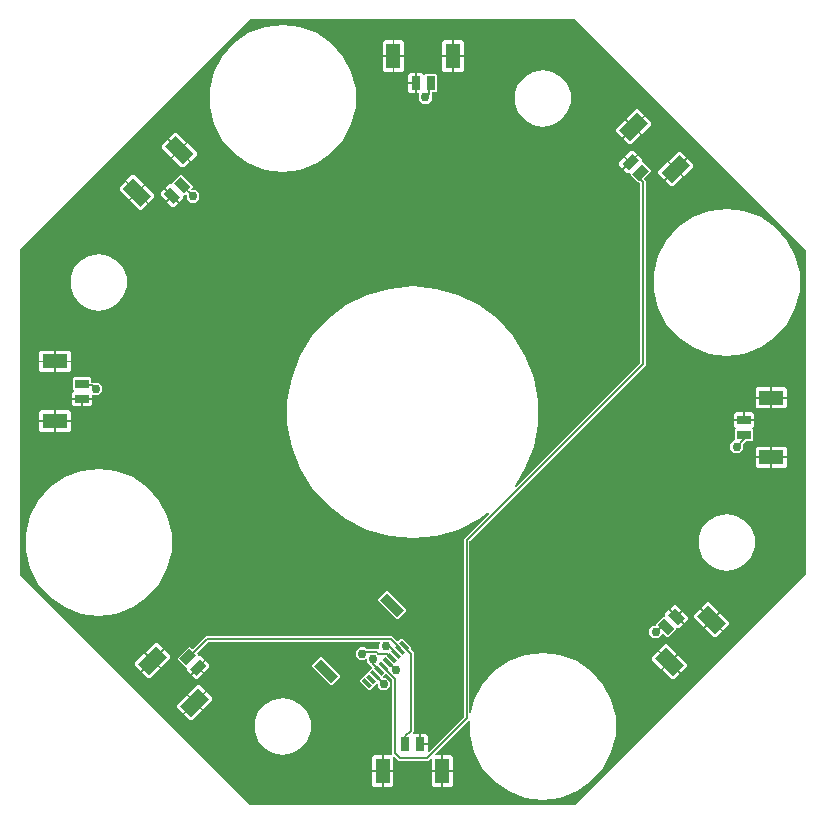
<source format=gbr>
G04 EAGLE Gerber RS-274X export*
G75*
%MOMM*%
%FSLAX34Y34*%
%LPD*%
%INTop Copper*%
%IPPOS*%
%AMOC8*
5,1,8,0,0,1.08239X$1,22.5*%
G01*
G04 Define Apertures*
%ADD10R,0.800000X1.200000*%
%ADD11R,1.300000X2.150000*%
%ADD12R,1.200000X0.800000*%
%ADD13R,2.150000X1.300000*%
%ADD14R,0.330200X0.889000*%
%ADD15R,2.057400X0.838200*%
%ADD16C,0.152400*%
%ADD17C,0.756400*%
G36*
X480726Y10220D02*
X480429Y10160D01*
X205398Y10160D01*
X205112Y10216D01*
X204859Y10383D01*
X10383Y204859D01*
X10220Y205101D01*
X10160Y205398D01*
X10160Y480429D01*
X10216Y480715D01*
X10383Y480968D01*
X204859Y675444D01*
X205101Y675607D01*
X205398Y675667D01*
X480429Y675667D01*
X480715Y675612D01*
X480968Y675444D01*
X675444Y480968D01*
X675607Y480726D01*
X675667Y480429D01*
X675667Y205398D01*
X675612Y205112D01*
X675444Y204859D01*
X480968Y10383D01*
X480726Y10220D01*
G37*
%LPC*%
G36*
X217906Y548419D02*
X232785Y546612D01*
X247665Y548419D01*
X261679Y553734D01*
X274015Y562248D01*
X283955Y573468D01*
X290920Y586740D01*
X294507Y601293D01*
X294507Y616282D01*
X290920Y630835D01*
X283955Y644107D01*
X274015Y655326D01*
X261679Y663841D01*
X247665Y669156D01*
X232785Y670963D01*
X217906Y669156D01*
X203891Y663841D01*
X191555Y655326D01*
X181616Y644107D01*
X174650Y630835D01*
X171063Y616282D01*
X171063Y601293D01*
X174650Y586740D01*
X181616Y573468D01*
X191555Y562248D01*
X203891Y553734D01*
X217906Y548419D01*
G37*
G36*
X368100Y645359D02*
X376378Y645359D01*
X376378Y657887D01*
X369588Y657887D01*
X368100Y656399D01*
X368100Y645359D01*
G37*
G36*
X317600Y645359D02*
X325878Y645359D01*
X325878Y657887D01*
X319088Y657887D01*
X317600Y656399D01*
X317600Y645359D01*
G37*
G36*
X327402Y645359D02*
X335680Y645359D01*
X335680Y656399D01*
X334192Y657887D01*
X327402Y657887D01*
X327402Y645359D01*
G37*
G36*
X377902Y645359D02*
X386180Y645359D01*
X386180Y656399D01*
X384692Y657887D01*
X377902Y657887D01*
X377902Y645359D01*
G37*
G36*
X377902Y631307D02*
X384692Y631307D01*
X386180Y632795D01*
X386180Y643835D01*
X377902Y643835D01*
X377902Y631307D01*
G37*
G36*
X369588Y631307D02*
X376378Y631307D01*
X376378Y643835D01*
X368100Y643835D01*
X368100Y632795D01*
X369588Y631307D01*
G37*
G36*
X327402Y631307D02*
X334192Y631307D01*
X335680Y632795D01*
X335680Y643835D01*
X327402Y643835D01*
X327402Y631307D01*
G37*
G36*
X319088Y631307D02*
X325878Y631307D01*
X325878Y643835D01*
X317600Y643835D01*
X317600Y632795D01*
X319088Y631307D01*
G37*
G36*
X444838Y586248D02*
X453042Y584801D01*
X461246Y586248D01*
X468460Y590413D01*
X473815Y596794D01*
X476664Y604622D01*
X476664Y612953D01*
X473815Y620781D01*
X468460Y627162D01*
X461246Y631327D01*
X453042Y632774D01*
X444838Y631327D01*
X437624Y627162D01*
X432269Y620781D01*
X429420Y612953D01*
X429420Y604622D01*
X432269Y596794D01*
X437624Y590413D01*
X444838Y586248D01*
G37*
G36*
X339100Y622409D02*
X344878Y622409D01*
X344878Y630187D01*
X340588Y630187D01*
X339100Y628699D01*
X339100Y622409D01*
G37*
G36*
X351370Y604294D02*
X355766Y604294D01*
X358874Y607402D01*
X358874Y611357D01*
X358902Y611501D01*
X358902Y613361D01*
X358953Y613636D01*
X359117Y613891D01*
X359367Y614063D01*
X359664Y614123D01*
X362771Y614123D01*
X363664Y615016D01*
X363664Y628279D01*
X362771Y629171D01*
X353509Y629171D01*
X353147Y628810D01*
X352917Y628652D01*
X352621Y628587D01*
X352322Y628642D01*
X352070Y628810D01*
X350692Y630187D01*
X346402Y630187D01*
X346402Y613107D01*
X347732Y613107D01*
X347995Y613060D01*
X348253Y612901D01*
X348429Y612654D01*
X348494Y612357D01*
X348438Y612059D01*
X348271Y611807D01*
X348262Y611798D01*
X348262Y607402D01*
X351370Y604294D01*
G37*
G36*
X340588Y613107D02*
X344878Y613107D01*
X344878Y620885D01*
X339100Y620885D01*
X339100Y614595D01*
X340588Y613107D01*
G37*
G36*
X524062Y591555D02*
X529916Y585701D01*
X538774Y594560D01*
X533973Y599361D01*
X531869Y599361D01*
X524062Y591555D01*
G37*
G36*
X530993Y584623D02*
X536847Y578770D01*
X544653Y586577D01*
X544653Y588681D01*
X539852Y593482D01*
X530993Y584623D01*
G37*
G36*
X515178Y580566D02*
X519980Y575765D01*
X528838Y584623D01*
X522985Y590477D01*
X515178Y582670D01*
X515178Y580566D01*
G37*
G36*
X525858Y569886D02*
X527963Y569886D01*
X535769Y577692D01*
X529916Y583546D01*
X521057Y574687D01*
X525858Y569886D01*
G37*
G36*
X136296Y574912D02*
X145154Y566054D01*
X151008Y571907D01*
X143201Y579714D01*
X141097Y579714D01*
X136296Y574912D01*
G37*
G36*
X130417Y566929D02*
X138223Y559123D01*
X144076Y564976D01*
X135218Y573835D01*
X130417Y569033D01*
X130417Y566929D01*
G37*
G36*
X146232Y564976D02*
X155090Y556117D01*
X159892Y560919D01*
X159892Y563023D01*
X152085Y570829D01*
X146232Y564976D01*
G37*
G36*
X523037Y560124D02*
X527123Y556038D01*
X532623Y561538D01*
X529589Y564571D01*
X527485Y564571D01*
X523037Y560124D01*
G37*
G36*
X147107Y550238D02*
X149211Y550238D01*
X154013Y555040D01*
X145154Y563898D01*
X139301Y558045D01*
X147107Y550238D01*
G37*
G36*
X559771Y555846D02*
X565625Y549992D01*
X574483Y558851D01*
X569682Y563652D01*
X567578Y563652D01*
X559771Y555846D01*
G37*
G36*
X438163Y16671D02*
X453042Y14865D01*
X467922Y16671D01*
X481936Y21986D01*
X494272Y30501D01*
X504211Y41720D01*
X511177Y54992D01*
X514764Y69546D01*
X514764Y84535D01*
X511177Y99088D01*
X504211Y112360D01*
X494272Y123579D01*
X481936Y132094D01*
X467922Y137409D01*
X453042Y139215D01*
X438163Y137409D01*
X424148Y132094D01*
X411812Y123579D01*
X401873Y112360D01*
X394907Y99088D01*
X392408Y88948D01*
X392232Y88618D01*
X391987Y88438D01*
X391692Y88368D01*
X391393Y88419D01*
X391138Y88583D01*
X390966Y88833D01*
X390906Y89130D01*
X390906Y233433D01*
X390962Y233719D01*
X391129Y233972D01*
X540258Y383101D01*
X540258Y538919D01*
X538953Y540224D01*
X538795Y540454D01*
X538730Y540750D01*
X538786Y541048D01*
X538953Y541301D01*
X544557Y546904D01*
X544557Y548167D01*
X538007Y554717D01*
X537496Y554717D01*
X537221Y554768D01*
X536966Y554931D01*
X536794Y555181D01*
X536734Y555479D01*
X536734Y557427D01*
X533700Y560460D01*
X521623Y548383D01*
X524656Y545349D01*
X526604Y545349D01*
X526879Y545298D01*
X527135Y545135D01*
X527306Y544884D01*
X527366Y544587D01*
X527366Y544076D01*
X533916Y537526D01*
X534869Y537526D01*
X535155Y537471D01*
X535408Y537303D01*
X535463Y537248D01*
X535626Y537007D01*
X535686Y536709D01*
X535686Y385311D01*
X535630Y385025D01*
X535463Y384772D01*
X430463Y279772D01*
X430134Y279578D01*
X429831Y279554D01*
X429544Y279650D01*
X429316Y279851D01*
X429185Y280124D01*
X429171Y280427D01*
X429276Y280712D01*
X438362Y295386D01*
X445470Y313734D01*
X449086Y333075D01*
X449086Y352752D01*
X445470Y372094D01*
X438362Y390441D01*
X428004Y407171D01*
X414748Y421712D01*
X399045Y433570D01*
X381432Y442340D01*
X362506Y447725D01*
X342914Y449540D01*
X323321Y447725D01*
X304396Y442340D01*
X286782Y433570D01*
X271079Y421712D01*
X257824Y407171D01*
X247465Y390441D01*
X240357Y372094D01*
X236742Y352752D01*
X236742Y333075D01*
X240357Y313734D01*
X247465Y295386D01*
X257824Y278656D01*
X271079Y264115D01*
X286782Y252258D01*
X304396Y243487D01*
X323321Y238102D01*
X342914Y236287D01*
X362506Y238102D01*
X381432Y243487D01*
X399045Y252258D01*
X406227Y257681D01*
X406650Y257834D01*
X406950Y257788D01*
X407208Y257629D01*
X407383Y257381D01*
X407449Y257085D01*
X407393Y256787D01*
X407225Y256534D01*
X386334Y235643D01*
X386334Y85083D01*
X386278Y84797D01*
X386111Y84544D01*
X356891Y55324D01*
X356671Y55171D01*
X356376Y55101D01*
X356077Y55152D01*
X355822Y55315D01*
X355650Y55565D01*
X355590Y55863D01*
X355590Y61368D01*
X348288Y61368D01*
X348288Y70670D01*
X343966Y70670D01*
X343703Y70717D01*
X343445Y70876D01*
X343269Y71123D01*
X343204Y71419D01*
X343260Y71718D01*
X343427Y71970D01*
X343662Y72205D01*
X343662Y139631D01*
X341567Y141726D01*
X341409Y141956D01*
X341344Y142252D01*
X341400Y142551D01*
X341567Y142803D01*
X341696Y142932D01*
X341696Y144194D01*
X334517Y151373D01*
X333254Y151373D01*
X330840Y148959D01*
X330609Y148801D01*
X330313Y148736D01*
X330015Y148791D01*
X329762Y148959D01*
X325559Y153162D01*
X168217Y153162D01*
X157538Y142482D01*
X157307Y142324D01*
X157011Y142259D01*
X156713Y142315D01*
X156460Y142482D01*
X154451Y144491D01*
X153189Y144491D01*
X143811Y135113D01*
X143811Y133850D01*
X150360Y127301D01*
X150872Y127301D01*
X151146Y127250D01*
X151402Y127086D01*
X151573Y126836D01*
X151634Y126539D01*
X151634Y124591D01*
X154667Y121557D01*
X166745Y133635D01*
X163711Y136668D01*
X161763Y136668D01*
X161488Y136719D01*
X161233Y136883D01*
X161061Y137133D01*
X161001Y137430D01*
X161001Y137941D01*
X160770Y138172D01*
X160612Y138402D01*
X160547Y138699D01*
X160603Y138997D01*
X160770Y139250D01*
X169888Y148367D01*
X170129Y148530D01*
X170427Y148590D01*
X314507Y148590D01*
X314770Y148543D01*
X315028Y148384D01*
X315203Y148136D01*
X315268Y147840D01*
X315213Y147542D01*
X315045Y147289D01*
X314734Y146978D01*
X314734Y142967D01*
X314687Y142703D01*
X314528Y142445D01*
X314280Y142270D01*
X313984Y142205D01*
X313686Y142260D01*
X313433Y142428D01*
X313367Y142494D01*
X304237Y142494D01*
X303951Y142550D01*
X303699Y142717D01*
X302426Y143990D01*
X298030Y143990D01*
X294922Y140882D01*
X294922Y136486D01*
X298030Y133378D01*
X302426Y133378D01*
X302765Y133717D01*
X302985Y133870D01*
X303280Y133940D01*
X303579Y133889D01*
X303834Y133726D01*
X304006Y133476D01*
X304066Y133179D01*
X304066Y131914D01*
X306863Y129117D01*
X307026Y128876D01*
X307082Y128597D01*
X308241Y127438D01*
X308399Y127208D01*
X308464Y126911D01*
X308409Y126613D01*
X308241Y126360D01*
X298207Y116326D01*
X298207Y115063D01*
X305386Y107884D01*
X306648Y107884D01*
X311909Y113146D01*
X312129Y113299D01*
X312424Y113368D01*
X312723Y113318D01*
X312978Y113154D01*
X313150Y112904D01*
X313210Y112607D01*
X313210Y110578D01*
X316318Y107470D01*
X320714Y107470D01*
X323822Y110578D01*
X323822Y114974D01*
X320714Y118082D01*
X318685Y118082D01*
X318422Y118129D01*
X318164Y118288D01*
X317988Y118536D01*
X317923Y118832D01*
X317979Y119130D01*
X318146Y119383D01*
X319731Y120967D01*
X319961Y121125D01*
X320257Y121190D01*
X320555Y121134D01*
X320808Y120967D01*
X325151Y116624D01*
X325314Y116383D01*
X325374Y116085D01*
X325374Y53917D01*
X325521Y53770D01*
X325674Y53551D01*
X325744Y53256D01*
X325693Y52957D01*
X325529Y52701D01*
X325279Y52530D01*
X324982Y52470D01*
X318312Y52470D01*
X318312Y39942D01*
X326590Y39942D01*
X326590Y50861D01*
X326637Y51125D01*
X326796Y51383D01*
X327044Y51558D01*
X327340Y51623D01*
X327638Y51568D01*
X327891Y51400D01*
X331285Y48006D01*
X356039Y48006D01*
X357709Y49676D01*
X357929Y49829D01*
X358224Y49899D01*
X358523Y49848D01*
X358778Y49685D01*
X358950Y49435D01*
X359010Y49137D01*
X359010Y39942D01*
X367288Y39942D01*
X367288Y52470D01*
X362342Y52470D01*
X362079Y52517D01*
X361821Y52676D01*
X361645Y52923D01*
X361580Y53219D01*
X361636Y53518D01*
X361803Y53770D01*
X390019Y81986D01*
X390239Y82139D01*
X390534Y82209D01*
X390833Y82158D01*
X391088Y81995D01*
X391260Y81745D01*
X391320Y81448D01*
X391320Y69546D01*
X394907Y54992D01*
X401873Y41720D01*
X411812Y30501D01*
X424148Y21986D01*
X438163Y16671D01*
G37*
G36*
X517512Y552494D02*
X520545Y549460D01*
X526045Y554960D01*
X521959Y559046D01*
X517512Y554598D01*
X517512Y552494D01*
G37*
G36*
X566702Y548915D02*
X572556Y543061D01*
X580362Y550868D01*
X580362Y552972D01*
X575561Y557773D01*
X566702Y548915D01*
G37*
G36*
X550887Y544857D02*
X555688Y540056D01*
X564547Y548915D01*
X558694Y554768D01*
X550887Y546961D01*
X550887Y544857D01*
G37*
G36*
X561567Y534177D02*
X563672Y534177D01*
X571478Y541984D01*
X565625Y547837D01*
X556766Y538978D01*
X561567Y534177D01*
G37*
G36*
X100587Y539203D02*
X109445Y530345D01*
X115299Y536198D01*
X107492Y544005D01*
X105388Y544005D01*
X100587Y539203D01*
G37*
G36*
X154774Y520474D02*
X159170Y520474D01*
X162278Y523582D01*
X162278Y527978D01*
X159170Y531086D01*
X156201Y531086D01*
X155937Y531133D01*
X155679Y531292D01*
X155504Y531540D01*
X155439Y531836D01*
X155494Y532134D01*
X155662Y532387D01*
X156542Y533267D01*
X156542Y534530D01*
X147164Y543908D01*
X145902Y543908D01*
X139352Y537358D01*
X139352Y536847D01*
X139301Y536572D01*
X139137Y536317D01*
X138887Y536145D01*
X138590Y536085D01*
X136642Y536085D01*
X133609Y533051D01*
X145686Y520974D01*
X148719Y524008D01*
X148719Y525956D01*
X148771Y526230D01*
X148934Y526486D01*
X149184Y526657D01*
X149481Y526718D01*
X149993Y526718D01*
X150365Y527090D01*
X150585Y527243D01*
X150880Y527313D01*
X151179Y527262D01*
X151434Y527099D01*
X151606Y526849D01*
X151666Y526551D01*
X151666Y523582D01*
X154774Y520474D01*
G37*
G36*
X94708Y531220D02*
X102514Y523414D01*
X108368Y529267D01*
X99509Y538126D01*
X94708Y533324D01*
X94708Y531220D01*
G37*
G36*
X110523Y529267D02*
X119381Y520408D01*
X124183Y525210D01*
X124183Y527314D01*
X116376Y535120D01*
X110523Y529267D01*
G37*
G36*
X129497Y526836D02*
X133945Y522388D01*
X138031Y526474D01*
X132531Y531974D01*
X129497Y528940D01*
X129497Y526836D01*
G37*
G36*
X111398Y514529D02*
X113503Y514529D01*
X118304Y519331D01*
X109445Y528189D01*
X103592Y522336D01*
X111398Y514529D01*
G37*
G36*
X139470Y516863D02*
X141575Y516863D01*
X144608Y519897D01*
X139108Y525396D01*
X135023Y521311D01*
X139470Y516863D01*
G37*
G36*
X593908Y392673D02*
X608787Y390867D01*
X623667Y392673D01*
X637682Y397989D01*
X650017Y406503D01*
X659957Y417723D01*
X666922Y430995D01*
X670509Y445548D01*
X670509Y460537D01*
X666922Y475090D01*
X659957Y488362D01*
X650017Y499581D01*
X637682Y508096D01*
X623667Y513411D01*
X608787Y515217D01*
X593908Y513411D01*
X579893Y508096D01*
X567557Y499581D01*
X557618Y488362D01*
X550652Y475090D01*
X547065Y460537D01*
X547065Y445548D01*
X550652Y430995D01*
X557618Y417723D01*
X567557Y406503D01*
X579893Y397989D01*
X593908Y392673D01*
G37*
G36*
X68836Y430502D02*
X77040Y429056D01*
X85244Y430502D01*
X92458Y434667D01*
X97813Y441049D01*
X100662Y448877D01*
X100662Y457207D01*
X97813Y465035D01*
X92458Y471417D01*
X85244Y475582D01*
X77040Y477028D01*
X68836Y475582D01*
X61622Y471417D01*
X56267Y465035D01*
X53418Y457207D01*
X53418Y448877D01*
X56267Y441049D01*
X61622Y434667D01*
X68836Y430502D01*
G37*
G36*
X26670Y386792D02*
X39198Y386792D01*
X39198Y395070D01*
X28158Y395070D01*
X26670Y393582D01*
X26670Y386792D01*
G37*
G36*
X40722Y386792D02*
X53250Y386792D01*
X53250Y393582D01*
X51762Y395070D01*
X40722Y395070D01*
X40722Y386792D01*
G37*
G36*
X28158Y376990D02*
X39198Y376990D01*
X39198Y385268D01*
X26670Y385268D01*
X26670Y378478D01*
X28158Y376990D01*
G37*
G36*
X40722Y376990D02*
X51762Y376990D01*
X53250Y378478D01*
X53250Y385268D01*
X40722Y385268D01*
X40722Y376990D01*
G37*
G36*
X54370Y355292D02*
X71450Y355292D01*
X71450Y356644D01*
X71501Y356919D01*
X71665Y357174D01*
X71915Y357346D01*
X72212Y357406D01*
X76874Y357406D01*
X79982Y360514D01*
X79982Y364910D01*
X76874Y368018D01*
X72919Y368018D01*
X72775Y368046D01*
X71196Y368046D01*
X70921Y368097D01*
X70666Y368261D01*
X70494Y368511D01*
X70434Y368808D01*
X70434Y371661D01*
X69541Y372554D01*
X56279Y372554D01*
X55386Y371661D01*
X55386Y362399D01*
X55748Y362037D01*
X55906Y361807D01*
X55971Y361511D01*
X55915Y361212D01*
X55748Y360960D01*
X54370Y359582D01*
X54370Y355292D01*
G37*
G36*
X633230Y356112D02*
X645758Y356112D01*
X645758Y364390D01*
X634718Y364390D01*
X633230Y362902D01*
X633230Y356112D01*
G37*
G36*
X647282Y356112D02*
X659810Y356112D01*
X659810Y362902D01*
X658322Y364390D01*
X647282Y364390D01*
X647282Y356112D01*
G37*
G36*
X647282Y346310D02*
X658322Y346310D01*
X659810Y347798D01*
X659810Y354588D01*
X647282Y354588D01*
X647282Y346310D01*
G37*
G36*
X634718Y346310D02*
X645758Y346310D01*
X645758Y354588D01*
X633230Y354588D01*
X633230Y347798D01*
X634718Y346310D01*
G37*
G36*
X63672Y347990D02*
X69962Y347990D01*
X71450Y349478D01*
X71450Y353768D01*
X63672Y353768D01*
X63672Y347990D01*
G37*
G36*
X55858Y347990D02*
X62148Y347990D01*
X62148Y353768D01*
X54370Y353768D01*
X54370Y349478D01*
X55858Y347990D01*
G37*
G36*
X26670Y336292D02*
X39198Y336292D01*
X39198Y344570D01*
X28158Y344570D01*
X26670Y343082D01*
X26670Y336292D01*
G37*
G36*
X40722Y336292D02*
X53250Y336292D01*
X53250Y343082D01*
X51762Y344570D01*
X40722Y344570D01*
X40722Y336292D01*
G37*
G36*
X615030Y337112D02*
X622808Y337112D01*
X622808Y342890D01*
X616518Y342890D01*
X615030Y341402D01*
X615030Y337112D01*
G37*
G36*
X624332Y337112D02*
X632110Y337112D01*
X632110Y341402D01*
X630622Y342890D01*
X624332Y342890D01*
X624332Y337112D01*
G37*
G36*
X615022Y308638D02*
X619418Y308638D01*
X622526Y311746D01*
X622526Y315701D01*
X622582Y315987D01*
X622749Y316240D01*
X624612Y318103D01*
X624853Y318266D01*
X625151Y318326D01*
X630201Y318326D01*
X631094Y319219D01*
X631094Y328481D01*
X630733Y328843D01*
X630575Y329073D01*
X630509Y329369D01*
X630565Y329668D01*
X630733Y329920D01*
X632110Y331298D01*
X632110Y335588D01*
X615030Y335588D01*
X615030Y331298D01*
X616408Y329920D01*
X616566Y329690D01*
X616631Y329394D01*
X616575Y329096D01*
X616408Y328843D01*
X616046Y328481D01*
X616046Y320012D01*
X615995Y319737D01*
X615831Y319482D01*
X615581Y319310D01*
X615284Y319250D01*
X615022Y319250D01*
X611914Y316142D01*
X611914Y311746D01*
X615022Y308638D01*
G37*
G36*
X40722Y326490D02*
X51762Y326490D01*
X53250Y327978D01*
X53250Y334768D01*
X40722Y334768D01*
X40722Y326490D01*
G37*
G36*
X28158Y326490D02*
X39198Y326490D01*
X39198Y334768D01*
X26670Y334768D01*
X26670Y327978D01*
X28158Y326490D01*
G37*
G36*
X633230Y305612D02*
X645758Y305612D01*
X645758Y313890D01*
X634718Y313890D01*
X633230Y312402D01*
X633230Y305612D01*
G37*
G36*
X647282Y305612D02*
X659810Y305612D01*
X659810Y312402D01*
X658322Y313890D01*
X647282Y313890D01*
X647282Y305612D01*
G37*
G36*
X634718Y295810D02*
X645758Y295810D01*
X645758Y304088D01*
X633230Y304088D01*
X633230Y297298D01*
X634718Y295810D01*
G37*
G36*
X647282Y295810D02*
X658322Y295810D01*
X659810Y297298D01*
X659810Y304088D01*
X647282Y304088D01*
X647282Y295810D01*
G37*
G36*
X62160Y172417D02*
X77040Y170610D01*
X91920Y172417D01*
X105934Y177732D01*
X118270Y186246D01*
X128209Y197466D01*
X135175Y210738D01*
X138762Y225291D01*
X138762Y240280D01*
X135175Y254833D01*
X128209Y268105D01*
X118270Y279324D01*
X105934Y287839D01*
X91920Y293154D01*
X77040Y294961D01*
X62160Y293154D01*
X48146Y287839D01*
X35810Y279324D01*
X25871Y268105D01*
X18905Y254833D01*
X15318Y240280D01*
X15318Y225291D01*
X18905Y210738D01*
X25871Y197466D01*
X35810Y186246D01*
X48146Y177732D01*
X62160Y172417D01*
G37*
G36*
X600583Y210245D02*
X608787Y208799D01*
X616991Y210245D01*
X624205Y214411D01*
X629560Y220792D01*
X632409Y228620D01*
X632409Y236950D01*
X629560Y244778D01*
X624205Y251160D01*
X616991Y255325D01*
X608787Y256772D01*
X600583Y255325D01*
X593369Y251160D01*
X588014Y244778D01*
X585165Y236950D01*
X585165Y228620D01*
X588014Y220792D01*
X593369Y214411D01*
X600583Y210245D01*
G37*
G36*
X329110Y168249D02*
X330373Y168249D01*
X337193Y175068D01*
X337193Y176331D01*
X321752Y191772D01*
X320489Y191772D01*
X313670Y184952D01*
X313670Y183689D01*
X329110Y168249D01*
G37*
G36*
X587181Y177264D02*
X596040Y168406D01*
X601893Y174259D01*
X594087Y182066D01*
X591982Y182066D01*
X587181Y177264D01*
G37*
G36*
X560877Y176699D02*
X566377Y171199D01*
X570462Y175284D01*
X566015Y179732D01*
X563910Y179732D01*
X560877Y176699D01*
G37*
G36*
X581302Y169281D02*
X589109Y161475D01*
X594962Y167328D01*
X586104Y176187D01*
X581302Y171385D01*
X581302Y169281D01*
G37*
G36*
X546442Y151666D02*
X550838Y151666D01*
X553946Y154774D01*
X553946Y155222D01*
X553993Y155486D01*
X554152Y155744D01*
X554400Y155919D01*
X554696Y155984D01*
X554994Y155929D01*
X555247Y155761D01*
X558321Y152687D01*
X559583Y152687D01*
X566133Y159237D01*
X566133Y159748D01*
X566184Y160023D01*
X566348Y160278D01*
X566598Y160450D01*
X566895Y160510D01*
X568843Y160510D01*
X571877Y163544D01*
X559799Y175621D01*
X556766Y172587D01*
X556766Y170639D01*
X556714Y170365D01*
X556551Y170109D01*
X556301Y169938D01*
X556004Y169877D01*
X555492Y169877D01*
X548943Y163328D01*
X548943Y163040D01*
X548892Y162765D01*
X548728Y162510D01*
X548478Y162338D01*
X548181Y162278D01*
X546442Y162278D01*
X543334Y159170D01*
X543334Y154774D01*
X546442Y151666D01*
G37*
G36*
X567454Y170121D02*
X572954Y164621D01*
X575988Y167655D01*
X575988Y169759D01*
X571540Y174207D01*
X567454Y170121D01*
G37*
G36*
X597117Y167328D02*
X605976Y158469D01*
X610777Y163271D01*
X610777Y165375D01*
X602971Y173181D01*
X597117Y167328D01*
G37*
G36*
X597993Y152590D02*
X600097Y152590D01*
X604898Y157392D01*
X596040Y166250D01*
X590186Y160397D01*
X597993Y152590D01*
G37*
G36*
X116889Y140034D02*
X122743Y134180D01*
X131601Y143039D01*
X126800Y147840D01*
X124696Y147840D01*
X116889Y140034D01*
G37*
G36*
X551472Y141555D02*
X560331Y132697D01*
X566184Y138550D01*
X558378Y146357D01*
X556274Y146357D01*
X551472Y141555D01*
G37*
G36*
X123820Y133103D02*
X129674Y127249D01*
X137480Y135056D01*
X137480Y137160D01*
X132679Y141961D01*
X123820Y133103D01*
G37*
G36*
X545593Y133572D02*
X553400Y125766D01*
X559253Y131619D01*
X550395Y140478D01*
X545593Y135676D01*
X545593Y133572D01*
G37*
G36*
X108005Y129046D02*
X112807Y124244D01*
X121665Y133103D01*
X115812Y138956D01*
X108005Y131150D01*
X108005Y129046D01*
G37*
G36*
X561409Y131619D02*
X570267Y122760D01*
X575068Y127562D01*
X575068Y129666D01*
X567262Y137472D01*
X561409Y131619D01*
G37*
G36*
X273249Y112387D02*
X274512Y112387D01*
X281331Y119207D01*
X281331Y120470D01*
X265891Y135910D01*
X264628Y135910D01*
X257808Y129091D01*
X257808Y127828D01*
X273249Y112387D01*
G37*
G36*
X162322Y127057D02*
X166408Y122971D01*
X170856Y127419D01*
X170856Y129523D01*
X167822Y132557D01*
X162322Y127057D01*
G37*
G36*
X118685Y118365D02*
X120790Y118365D01*
X128596Y126172D01*
X122743Y132025D01*
X113884Y123167D01*
X118685Y118365D01*
G37*
G36*
X562284Y116881D02*
X564388Y116881D01*
X569190Y121683D01*
X560331Y130541D01*
X554477Y124688D01*
X562284Y116881D01*
G37*
G36*
X158778Y117446D02*
X160883Y117446D01*
X165330Y121894D01*
X161245Y125979D01*
X155745Y120480D01*
X158778Y117446D01*
G37*
G36*
X152598Y104325D02*
X158452Y98472D01*
X167310Y107330D01*
X162509Y112131D01*
X160405Y112131D01*
X152598Y104325D01*
G37*
G36*
X159529Y97394D02*
X165383Y91541D01*
X173189Y99347D01*
X173189Y101451D01*
X168388Y106253D01*
X159529Y97394D01*
G37*
G36*
X143714Y93337D02*
X148515Y88535D01*
X157374Y97394D01*
X151521Y103247D01*
X143714Y95441D01*
X143714Y93337D01*
G37*
G36*
X224581Y54500D02*
X232785Y53054D01*
X240989Y54500D01*
X248203Y58665D01*
X253558Y65047D01*
X256407Y72875D01*
X256407Y81205D01*
X253558Y89033D01*
X248203Y95415D01*
X240989Y99580D01*
X232785Y101026D01*
X224581Y99580D01*
X217367Y95415D01*
X212012Y89033D01*
X209163Y81205D01*
X209163Y72875D01*
X212012Y65047D01*
X217367Y58665D01*
X224581Y54500D01*
G37*
G36*
X154394Y82656D02*
X156499Y82656D01*
X164305Y90463D01*
X158452Y96316D01*
X149593Y87458D01*
X154394Y82656D01*
G37*
G36*
X349812Y62892D02*
X355590Y62892D01*
X355590Y69182D01*
X354102Y70670D01*
X349812Y70670D01*
X349812Y62892D01*
G37*
G36*
X368812Y39942D02*
X377090Y39942D01*
X377090Y50982D01*
X375602Y52470D01*
X368812Y52470D01*
X368812Y39942D01*
G37*
G36*
X308510Y39942D02*
X316788Y39942D01*
X316788Y52470D01*
X309998Y52470D01*
X308510Y50982D01*
X308510Y39942D01*
G37*
G36*
X368812Y25890D02*
X375602Y25890D01*
X377090Y27377D01*
X377090Y38418D01*
X368812Y38418D01*
X368812Y25890D01*
G37*
G36*
X360498Y25890D02*
X367288Y25890D01*
X367288Y38418D01*
X359010Y38418D01*
X359010Y27377D01*
X360498Y25890D01*
G37*
G36*
X318312Y25890D02*
X325102Y25890D01*
X326590Y27377D01*
X326590Y38418D01*
X318312Y38418D01*
X318312Y25890D01*
G37*
G36*
X309998Y25890D02*
X316788Y25890D01*
X316788Y38418D01*
X308510Y38418D01*
X308510Y27377D01*
X309998Y25890D01*
G37*
%LPD*%
D10*
G36*
X550467Y162696D02*
X556124Y168353D01*
X564609Y159868D01*
X558952Y154211D01*
X550467Y162696D01*
G37*
G36*
X559306Y171535D02*
X564963Y177192D01*
X573448Y168707D01*
X567791Y163050D01*
X559306Y171535D01*
G37*
D11*
G36*
X548134Y134624D02*
X557326Y143816D01*
X572528Y128614D01*
X563336Y119422D01*
X548134Y134624D01*
G37*
G36*
X583843Y170333D02*
X593035Y179525D01*
X608237Y164323D01*
X599045Y155131D01*
X583843Y170333D01*
G37*
D12*
X623570Y323850D03*
X623570Y336350D03*
D13*
X646520Y304850D03*
X646520Y355350D03*
D10*
G36*
X534548Y539051D02*
X528891Y544708D01*
X537376Y553193D01*
X543033Y547536D01*
X534548Y539051D01*
G37*
G36*
X525709Y547889D02*
X520052Y553546D01*
X528537Y562031D01*
X534194Y556374D01*
X525709Y547889D01*
G37*
D11*
G36*
X562620Y536718D02*
X553428Y545910D01*
X568630Y561112D01*
X577822Y551920D01*
X562620Y536718D01*
G37*
G36*
X526911Y572426D02*
X517719Y581618D01*
X532921Y596820D01*
X542113Y587628D01*
X526911Y572426D01*
G37*
D10*
X358140Y621647D03*
X345640Y621647D03*
D11*
X377140Y644597D03*
X326640Y644597D03*
D10*
G36*
X155018Y533899D02*
X149361Y528242D01*
X140876Y536727D01*
X146533Y542384D01*
X155018Y533899D01*
G37*
G36*
X146179Y525060D02*
X140522Y519403D01*
X132037Y527888D01*
X137694Y533545D01*
X146179Y525060D01*
G37*
D11*
G36*
X157351Y561971D02*
X148159Y552779D01*
X132957Y567981D01*
X142149Y577173D01*
X157351Y561971D01*
G37*
G36*
X121642Y526262D02*
X112450Y517070D01*
X97248Y532272D01*
X106440Y541464D01*
X121642Y526262D01*
G37*
D12*
X62910Y367030D03*
X62910Y354530D03*
D13*
X39960Y386030D03*
X39960Y335530D03*
D10*
G36*
X153820Y142967D02*
X159477Y137310D01*
X150992Y128825D01*
X145335Y134482D01*
X153820Y142967D01*
G37*
G36*
X162659Y134128D02*
X168316Y128471D01*
X159831Y119986D01*
X154174Y125643D01*
X162659Y134128D01*
G37*
D11*
G36*
X125748Y145300D02*
X134940Y136108D01*
X119738Y120906D01*
X110546Y130098D01*
X125748Y145300D01*
G37*
G36*
X161457Y109591D02*
X170649Y100399D01*
X155447Y85197D01*
X146255Y94389D01*
X161457Y109591D01*
G37*
D10*
X336550Y62130D03*
X349050Y62130D03*
D11*
X317550Y39180D03*
X368050Y39180D03*
D14*
G36*
X331551Y147514D02*
X333886Y149849D01*
X340171Y143564D01*
X337836Y141229D01*
X331551Y147514D01*
G37*
G36*
X328015Y143978D02*
X330350Y146313D01*
X336635Y140028D01*
X334300Y137693D01*
X328015Y143978D01*
G37*
G36*
X324480Y140443D02*
X326815Y142778D01*
X333100Y136493D01*
X330765Y134158D01*
X324480Y140443D01*
G37*
G36*
X320944Y136907D02*
X323279Y139242D01*
X329564Y132957D01*
X327229Y130622D01*
X320944Y136907D01*
G37*
G36*
X317409Y133372D02*
X319744Y135707D01*
X326029Y129422D01*
X323694Y127087D01*
X317409Y133372D01*
G37*
G36*
X313873Y129836D02*
X316208Y132171D01*
X322493Y125886D01*
X320158Y123551D01*
X313873Y129836D01*
G37*
G36*
X310338Y126301D02*
X312673Y128636D01*
X318958Y122351D01*
X316623Y120016D01*
X310338Y126301D01*
G37*
G36*
X306802Y122765D02*
X309137Y125100D01*
X315422Y118815D01*
X313087Y116480D01*
X306802Y122765D01*
G37*
G36*
X303267Y119230D02*
X305602Y121565D01*
X311887Y115280D01*
X309552Y112945D01*
X303267Y119230D01*
G37*
G36*
X299731Y115694D02*
X302066Y118029D01*
X308351Y111744D01*
X306016Y109409D01*
X299731Y115694D01*
G37*
D15*
G36*
X329741Y169773D02*
X315194Y184320D01*
X321121Y190247D01*
X335668Y175700D01*
X329741Y169773D01*
G37*
G36*
X273880Y113912D02*
X259333Y128459D01*
X265260Y134386D01*
X279807Y119839D01*
X273880Y113912D01*
G37*
D16*
X336804Y143256D02*
X336804Y144780D01*
X336804Y143256D02*
X341376Y138684D01*
X341376Y73152D01*
X336804Y68580D01*
X336804Y62484D01*
X336804Y144780D02*
X335861Y145539D01*
X336804Y62484D02*
X336550Y62130D01*
X332232Y143256D02*
X324612Y150876D01*
X169164Y150876D01*
X153924Y135636D01*
X332232Y143256D02*
X332325Y142003D01*
X153924Y135636D02*
X152406Y135896D01*
X327660Y138684D02*
X327660Y140208D01*
X323088Y144780D01*
X320040Y144780D01*
X74676Y362712D02*
X71628Y365760D01*
X64008Y365760D01*
X327660Y138684D02*
X328790Y138468D01*
X64008Y365760D02*
X62910Y367030D01*
D17*
X320040Y144780D03*
X74676Y362712D03*
D16*
X321564Y138684D02*
X324612Y135636D01*
X321564Y138684D02*
X313944Y138684D01*
X312420Y140208D01*
X301752Y140208D01*
X300228Y138684D01*
X156972Y525780D02*
X147828Y534924D01*
X324612Y135636D02*
X325254Y134932D01*
X147828Y534924D02*
X147947Y535313D01*
D17*
X300228Y138684D03*
X156972Y525780D03*
D16*
X312420Y120396D02*
X312420Y118872D01*
X318516Y112776D01*
X548640Y156972D02*
X553212Y161544D01*
X556260Y161544D01*
X312420Y120396D02*
X311112Y120790D01*
X556260Y161544D02*
X557538Y161282D01*
D17*
X318516Y112776D03*
X548640Y156972D03*
D16*
X313944Y124968D02*
X309372Y129540D01*
X309372Y134112D01*
X617220Y313944D02*
X623316Y320040D01*
X623316Y323088D01*
X314648Y124326D02*
X313944Y124968D01*
X623316Y323088D02*
X623570Y323850D01*
D17*
X309372Y134112D03*
X617220Y313944D03*
D16*
X327660Y117348D02*
X318516Y126492D01*
X327660Y117348D02*
X327660Y54864D01*
X332232Y50292D01*
X355092Y50292D01*
X388620Y83820D01*
X388620Y234696D01*
X537972Y384048D01*
X537972Y537972D01*
X534924Y541020D01*
X534924Y545592D01*
X318183Y127861D02*
X318516Y126492D01*
X534924Y545592D02*
X535962Y546122D01*
X323088Y131064D02*
X329184Y124968D01*
X353568Y609600D02*
X356616Y612648D01*
X356616Y618744D01*
X358140Y620268D01*
X321719Y131397D02*
X323088Y131064D01*
X358140Y620268D02*
X358140Y621647D01*
D17*
X329184Y124968D03*
X353568Y609600D03*
M02*

</source>
